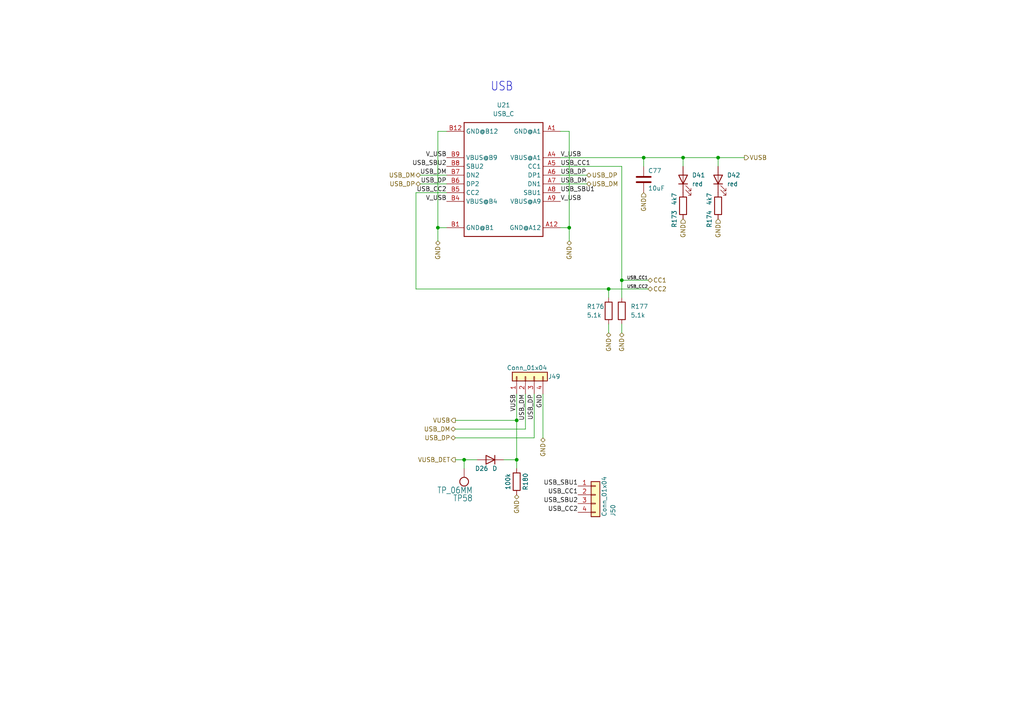
<source format=kicad_sch>
(kicad_sch (version 20211123) (generator eeschema)
  (paper "A4")
  (lib_symbols
    (symbol "Connector_Generic:Conn_01x04" (pin_names (offset 1.016) hide)
      (property "Reference" "J" (at 0 5.08 0))
      (property "Value" "Conn_01x04" (at 0 -7.62 0))
      (symbol "Conn_01x04_1_1"
        (rectangle (start -1.27 -4.953) (end 0 -5.207) (stroke (width 0.1524)))
        (rectangle (start -1.27 -2.413) (end 0 -2.667) (stroke (width 0.1524)))
        (rectangle (start -1.27 0.127) (end 0 -0.127) (stroke (width 0.1524)))
        (rectangle (start -1.27 2.667) (end 0 2.413) (stroke (width 0.1524)))
        (rectangle (start -1.27 3.81) (end 1.27 -6.35) (stroke (width 0.254)) (fill (type background)))
        (pin passive line (at -5.08 2.54 0) (length 3.81) (name "Pin_1") (number "1"))
        (pin passive line (at -5.08 0 0) (length 3.81) (name "Pin_2") (number "2"))
        (pin passive line (at -5.08 -2.54 0) (length 3.81) (name "Pin_3") (number "3"))
        (pin passive line (at -5.08 -5.08 0) (length 3.81) (name "Pin_4") (number "4"))
      )
    )
    (symbol "Device:C" (pin_numbers hide) (pin_names (offset 0.254))
      (property "Reference" "C" (at 0.635 2.54 0))
      (property "Value" "C" (at 0.635 -2.54 0))
      (symbol "C_0_1"
        (polyline (pts (xy -2.032 -0.762) (xy 2.032 -0.762)) (stroke (width 0.508)))
        (polyline (pts (xy -2.032 0.762) (xy 2.032 0.762)) (stroke (width 0.508)))
      )
      (symbol "C_1_1"
        (pin passive line (at 0 3.81 270) (length 2.794) (name "~") (number "1"))
        (pin passive line (at 0 -3.81 90) (length 2.794) (name "~") (number "2"))
      )
    )
    (symbol "Device:D" (pin_numbers hide) (pin_names (offset 1.016) hide)
      (property "Reference" "D" (at 0 2.54 0))
      (property "Value" "D" (at 0 -2.54 0))
      (symbol "D_0_1"
        (polyline (pts (xy -1.27 1.27) (xy -1.27 -1.27)) (stroke (width 0.254)))
        (polyline (pts (xy 1.27 0) (xy -1.27 0)))
        (polyline (pts (xy 1.27 1.27) (xy 1.27 -1.27) (xy -1.27 0) (xy 1.27 1.27)) (stroke (width 0.254)))
      )
      (symbol "D_1_1"
        (pin passive line (at -3.81 0 0) (length 2.54) (name "K") (number "1"))
        (pin passive line (at 3.81 0 180) (length 2.54) (name "A") (number "2"))
      )
    )
    (symbol "Device:LED" (pin_numbers hide) (pin_names (offset 1.016) hide)
      (property "Reference" "D" (at 0 2.54 0))
      (property "Value" "LED" (at 0 -2.54 0))
      (symbol "LED_0_1"
        (polyline (pts (xy -1.27 -1.27) (xy -1.27 1.27)) (stroke (width 0.254)))
        (polyline (pts (xy -1.27 0) (xy 1.27 0)))
        (polyline (pts (xy 1.27 -1.27) (xy 1.27 1.27) (xy -1.27 0) (xy 1.27 -1.27)) (stroke (width 0.254)))
        (polyline (pts (xy -3.048 -0.762) (xy -4.572 -2.286) (xy -3.81 -2.286) (xy -4.572 -2.286) (xy -4.572 -1.524)))
        (polyline (pts (xy -1.778 -0.762) (xy -3.302 -2.286) (xy -2.54 -2.286) (xy -3.302 -2.286) (xy -3.302 -1.524)))
      )
      (symbol "LED_1_1"
        (pin passive line (at -3.81 0 0) (length 2.54) (name "K") (number "1"))
        (pin passive line (at 3.81 0 180) (length 2.54) (name "A") (number "2"))
      )
    )
    (symbol "Device:R" (pin_numbers hide) (pin_names (offset 0))
      (property "Reference" "R" (at 2.032 0 90))
      (property "Value" "R" (at 0 0 90))
      (symbol "R_0_1"
        (rectangle (start -1.016 -2.54) (end 1.016 2.54) (stroke (width 0.254)))
      )
      (symbol "R_1_1"
        (pin passive line (at 0 3.81 270) (length 1.27) (name "~") (number "1"))
        (pin passive line (at 0 -3.81 90) (length 1.27) (name "~") (number "2"))
      )
    )
    (symbol "RBCX-eagle-import:TP_06MM"
      (property "Reference" "TP" (at -2.54 7.62 0))
      (property "Value" "TP_06MM" (at -2.54 5.334 0))
      (symbol "TP_06MM_1_0"
        (circle (center 0 3.81) (radius 1.27) (stroke (width 0.254)))
        (pin passive line (at 0 0 90) (length 2.54) (name "TP") (number "P$1"))
      )
    )
    (symbol "RBCX:USB_C"
      (property "Reference" "U" (at 0 3.81 0))
      (property "Value" "USB_C" (at 0 1.905 0))
      (symbol "USB_C_1_0"
        (polyline (pts (xy -11.43 -33.02) (xy -11.43 0)) (stroke (width 0.254)))
        (polyline (pts (xy -11.43 0) (xy 11.43 0)) (stroke (width 0.254)))
        (polyline (pts (xy 11.43 -33.02) (xy -11.43 -33.02)) (stroke (width 0.254)))
        (polyline (pts (xy 11.43 0) (xy 11.43 -33.02)) (stroke (width 0.254)))
        (pin bidirectional line (at 16.51 -2.54 180) (length 5.08) (name "GND@A1") (number "A1"))
        (pin bidirectional line (at 16.51 -30.48 180) (length 5.08) (name "GND@A12") (number "A12"))
        (pin bidirectional line (at 16.51 -10.16 180) (length 5.08) (name "VBUS@A1") (number "A4"))
        (pin bidirectional line (at 16.51 -12.7 180) (length 5.08) (name "CC1") (number "A5"))
        (pin bidirectional line (at 16.51 -15.24 180) (length 5.08) (name "DP1") (number "A6"))
        (pin bidirectional line (at 16.51 -17.78 180) (length 5.08) (name "DN1") (number "A7"))
        (pin bidirectional line (at 16.51 -20.32 180) (length 5.08) (name "SBU1") (number "A8"))
        (pin bidirectional line (at 16.51 -22.86 180) (length 5.08) (name "VBUS@A9") (number "A9"))
        (pin bidirectional line (at -16.51 -30.48 0) (length 5.08) (name "GND@B1") (number "B1"))
        (pin bidirectional line (at -16.51 -2.54 0) (length 5.08) (name "GND@B12") (number "B12"))
        (pin bidirectional line (at -16.51 -22.86 0) (length 5.08) (name "VBUS@B4") (number "B4"))
        (pin bidirectional line (at -16.51 -20.32 0) (length 5.08) (name "CC2") (number "B5"))
        (pin bidirectional line (at -16.51 -17.78 0) (length 5.08) (name "DP2") (number "B6"))
        (pin bidirectional line (at -16.51 -15.24 0) (length 5.08) (name "DN2") (number "B7"))
        (pin bidirectional line (at -16.51 -12.7 0) (length 5.08) (name "SBU2") (number "B8"))
        (pin bidirectional line (at -16.51 -10.16 0) (length 5.08) (name "VBUS@B9") (number "B9"))
      )
    )
  )
  (junction (at 208.28 45.72))
  (junction (at 134.62 133.35))
  (junction (at 198.12 45.72))
  (junction (at 186.69 45.72))
  (junction (at 149.86 133.35))
  (junction (at 127 66.04))
  (junction (at 149.86 121.92))
  (junction (at 180.34 81.28))
  (junction (at 165.1 66.04))
  (junction (at 176.53 83.82))
  (wire (pts (xy 176.53 83.82) (xy 187.96 83.82)))
  (wire (pts (xy 120.65 55.88) (xy 129.54 55.88)))
  (wire (pts (xy 162.56 45.72) (xy 186.69 45.72)))
  (wire (pts (xy 198.12 48.26) (xy 198.12 45.72)))
  (wire (pts (xy 186.69 45.72) (xy 186.69 48.26)))
  (wire (pts (xy 152.4 114.3) (xy 152.4 124.46)))
  (wire (pts (xy 134.62 133.35) (xy 138.43 133.35)))
  (wire (pts (xy 198.12 45.72) (xy 208.28 45.72)))
  (wire (pts (xy 165.1 38.1) (xy 165.1 66.04)))
  (wire (pts (xy 176.53 86.36) (xy 176.53 83.82)))
  (wire (pts (xy 127 69.85) (xy 127 66.04)))
  (wire (pts (xy 127 66.04) (xy 129.54 66.04)))
  (wire (pts (xy 162.56 50.8) (xy 170.18 50.8)))
  (wire (pts (xy 149.86 133.35) (xy 149.86 135.89)))
  (wire (pts (xy 162.56 48.26) (xy 180.34 48.26)))
  (wire (pts (xy 152.4 124.46) (xy 132.08 124.46)))
  (wire (pts (xy 129.54 53.34) (xy 121.92 53.34)))
  (wire (pts (xy 120.65 83.82) (xy 176.53 83.82)))
  (wire (pts (xy 176.53 93.98) (xy 176.53 96.52)))
  (wire (pts (xy 127 66.04) (xy 127 38.1)))
  (wire (pts (xy 180.34 93.98) (xy 180.34 96.52)))
  (wire (pts (xy 132.08 127) (xy 154.94 127)))
  (wire (pts (xy 208.28 48.26) (xy 208.28 45.72)))
  (wire (pts (xy 165.1 38.1) (xy 162.56 38.1)))
  (wire (pts (xy 157.48 114.3) (xy 157.48 127)))
  (wire (pts (xy 129.54 50.8) (xy 121.92 50.8)))
  (wire (pts (xy 127 38.1) (xy 129.54 38.1)))
  (wire (pts (xy 132.08 121.92) (xy 149.86 121.92)))
  (wire (pts (xy 180.34 81.28) (xy 180.34 86.36)))
  (wire (pts (xy 132.08 133.35) (xy 134.62 133.35)))
  (wire (pts (xy 162.56 66.04) (xy 165.1 66.04)))
  (wire (pts (xy 165.1 66.04) (xy 165.1 69.85)))
  (wire (pts (xy 208.28 45.72) (xy 215.9 45.72)))
  (wire (pts (xy 149.86 114.3) (xy 149.86 121.92)))
  (wire (pts (xy 146.05 133.35) (xy 149.86 133.35)))
  (wire (pts (xy 149.86 133.35) (xy 149.86 121.92)))
  (wire (pts (xy 162.56 53.34) (xy 170.18 53.34)))
  (wire (pts (xy 154.94 114.3) (xy 154.94 127)))
  (wire (pts (xy 186.69 45.72) (xy 198.12 45.72)))
  (wire (pts (xy 134.62 135.89) (xy 134.62 133.35)))
  (wire (pts (xy 180.34 48.26) (xy 180.34 81.28)))
  (wire (pts (xy 120.65 55.88) (xy 120.65 83.82)))
  (wire (pts (xy 187.96 81.28) (xy 180.34 81.28)))
  (text "USB" (at 142.24 26.67 180) (effects (font (size 2.54 2.159)) (justify left bottom)))
  (label "USB_SBU2" (at 129.54 48.26 180))
  (label "USB_CC2" (at 187.96 83.82 180) (effects (font (size 0.889 0.889))))
  (label "USB_CC1" (at 167.64 143.51 180))
  (label "GND" (at 157.48 114.3 270))
  (label "USB_SBU1" (at 162.56 55.88 0))
  (label "V_USB" (at 162.56 58.42 0))
  (label "V_USB" (at 129.54 58.42 180))
  (label "USB_SBU1" (at 167.64 140.97 180))
  (label "USB_CC2" (at 129.54 55.88 180))
  (label "VUSB" (at 149.86 114.3 270))
  (label "USB_DP" (at 154.94 114.3 270))
  (label "USB_SBU2" (at 167.64 146.05 180))
  (label "V_USB" (at 162.56 45.72 0))
  (label "USB_DM" (at 129.54 50.8 180))
  (label "USB_CC1" (at 187.96 81.28 180) (effects (font (size 0.889 0.889))))
  (label "USB_DM" (at 162.56 53.34 0))
  (label "V_USB" (at 129.54 45.72 180))
  (label "USB_CC1" (at 162.56 48.26 0))
  (label "USB_DP" (at 162.56 50.8 0))
  (label "USB_DP" (at 129.54 53.34 180))
  (label "USB_CC2" (at 167.64 148.59 180))
  (label "USB_DM" (at 152.4 114.3 270))
  (hierarchical_label "USB_DM" (shape bidirectional) (at 121.92 50.8 180))
  (hierarchical_label "GND" (shape bidirectional) (at 180.34 96.52 270))
  (hierarchical_label "VUSB_DET" (shape output) (at 132.08 133.35 180))
  (hierarchical_label "GND" (shape bidirectional) (at 165.1 69.85 270))
  (hierarchical_label "GND" (shape bidirectional) (at 176.53 96.52 270))
  (hierarchical_label "VUSB" (shape output) (at 215.9 45.72 0))
  (hierarchical_label "USB_DP" (shape bidirectional) (at 170.18 50.8 0))
  (hierarchical_label "USB_DP" (shape bidirectional) (at 132.08 127 180))
  (hierarchical_label "USB_DM" (shape bidirectional) (at 170.18 53.34 0))
  (hierarchical_label "GND" (shape input) (at 208.28 63.5 270))
  (hierarchical_label "GND" (shape bidirectional) (at 157.48 127 270))
  (hierarchical_label "GND" (shape bidirectional) (at 127 69.85 270))
  (hierarchical_label "USB_DP" (shape bidirectional) (at 121.92 53.34 180))
  (hierarchical_label "GND" (shape input) (at 198.12 63.5 270))
  (hierarchical_label "GND" (shape input) (at 186.69 55.88 270))
  (hierarchical_label "CC2" (shape bidirectional) (at 187.96 83.82 0))
  (hierarchical_label "VUSB" (shape output) (at 132.08 121.92 180))
  (hierarchical_label "USB_DM" (shape bidirectional) (at 132.08 124.46 180))
  (hierarchical_label "GND" (shape bidirectional) (at 149.86 143.51 270))
  (hierarchical_label "CC1" (shape bidirectional) (at 187.96 81.28 0))
  (symbol (lib_id "Device:R") (at 208.28 59.69 180) (unit 1)
    (property "Reference" "R174" (at 205.74 60.96 90) (effects (justify left)))
    (property "Value" "4k7" (at 205.74 55.88 90) (effects (justify left)))
    (property "Footprint" "Resistor_SMD:R_0201_0603Metric" (effects hide))
    (property "LCSC" "C270346" (effects hide))
    (property "Basic/Extended" "E" (effects hide))
  )
  (symbol (lib_id "Device:R") (at 176.53 90.17 0) (unit 1)
    (property "Reference" "R176" (at 170.18 88.9 0) (effects (justify left)))
    (property "Value" "5.1k" (at 170.18 91.44 0) (effects (justify left)))
    (property "Footprint" "Resistor_SMD:R_0402_1005Metric" (effects hide))
    (property "LCSC" "C25905" (effects hide))
    (property "Basic/Extended" "B" (effects hide))
  )
  (symbol (lib_id "Device:R") (at 149.86 139.7 180) (unit 1)
    (property "Reference" "R180" (at 152.4 139.7 90))
    (property "Value" "100k" (at 147.32 139.7 90))
    (property "Footprint" "Capacitor_SMD:C_0201_0603Metric" (effects hide))
    (property "LCSC" "C270364" (effects hide))
    (property "Basic/Extended" "E" (effects hide))
  )
  (symbol (lib_id "Device:R") (at 198.12 59.69 180) (unit 1)
    (property "Reference" "R173" (at 195.58 60.96 90) (effects (justify left)))
    (property "Value" "4k7" (at 195.58 55.88 90) (effects (justify left)))
    (property "Footprint" "Resistor_SMD:R_0201_0603Metric" (effects hide))
    (property "LCSC" "C270346" (effects hide))
    (property "Basic/Extended" "E" (effects hide))
  )
  (symbol (lib_id "Connector_Generic:Conn_01x04") (at 152.4 109.22 90) (unit 1)
    (property "Reference" "J49" (at 162.56 109.22 90) (effects (justify left)))
    (property "Value" "Conn_01x04" (at 158.75 106.68 90) (effects (justify left)))
    (property "Footprint" "RBCX:PinHeader_1x04_P2.54mm_Vertical" (effects hide))
    (property "LCSC" "C124378" (effects hide))
    (property "Basic/Extended" "E" (effects hide))
  )
  (symbol (lib_id "Device:LED") (at 208.28 52.07 90) (unit 1)
    (property "Reference" "D42" (at 210.82 50.8 90) (effects (justify right)))
    (property "Value" "red" (at 210.82 53.34 90) (effects (justify right)))
    (property "Footprint" "LED_SMD:LED_0603_1608Metric" (effects hide))
    (property "LCSC" "C2286" (effects hide))
    (property "Basic/Extended" "B" (effects hide))
  )
  (symbol (lib_id "Device:R") (at 180.34 90.17 0) (unit 1)
    (property "Reference" "R177" (at 182.88 88.8999 0) (effects (justify left)))
    (property "Value" "5.1k" (at 182.88 91.4399 0) (effects (justify left)))
    (property "Footprint" "Resistor_SMD:R_0402_1005Metric" (effects hide))
    (property "LCSC" "C25905" (effects hide))
    (property "Basic/Extended" "B" (effects hide))
  )
  (symbol (lib_id "Connector_Generic:Conn_01x04") (at 172.72 143.51 0) (unit 1)
    (property "Reference" "J50" (at 177.8 149.86 90) (effects (justify left)))
    (property "Value" "Conn_01x04" (at 175.26 149.86 90) (effects (justify left)))
    (property "Footprint" "RBCX:PinHeader_1x04_P2.54mm_Vertical" (effects hide))
    (property "LCSC" "C124378" (effects hide))
    (property "Basic/Extended" "E" (effects hide))
  )
  (symbol (lib_id "RBCX-eagle-import:TP_06MM") (at 134.62 135.89 180) (unit 1)
    (property "Reference" "TP58" (at 137.16 143.51 0) (effects (font (size 1.778 1.5113)) (justify left bottom)))
    (property "Value" "TP_06MM" (at 137.16 141.224 0) (effects (font (size 1.778 1.5113)) (justify left bottom)))
    (property "Footprint" "RBCX:TP_06MM" (effects hide))
  )
  (symbol (lib_id "Device:D") (at 142.24 133.35 180) (unit 1)
    (property "Reference" "D26" (at 139.7 135.89 0))
    (property "Value" "D" (at 143.51 135.89 0))
    (property "Footprint" "Diode_SMD:D_SOD-523" (effects hide))
    (property "Datasheet" "https://datasheet.lcsc.com/lcsc/1809200051_Jiangsu-Changjing-Electronics-Technology-Co---Ltd--1N4148WT-T4_C68948.pdf" (effects hide))
    (property "LCSC" "C68948" (effects hide))
    (property "Basic/Extended" "E" (effects hide))
  )
  (symbol (lib_id "Device:C") (at 186.69 52.07 0) (unit 1)
    (property "Reference" "C77" (at 187.96 49.53 0) (effects (justify left)))
    (property "Value" "10uF" (at 187.96 54.61 0) (effects (justify left)))
    (property "Footprint" "Capacitor_SMD:C_0603_1608Metric" (effects hide))
    (property "LCSC" "C96446" (effects hide))
    (property "Basic/Extended" "B" (effects hide))
  )
  (symbol (lib_id "RBCX:USB_C") (at 146.05 35.56 0) (unit 1)
    (property "Reference" "U21" (at 146.05 30.48 0))
    (property "Value" "USB_C" (at 146.05 33.02 0))
    (property "Footprint" "RBCX:USB_C_vertical" (effects hide))
    (property "Datasheet" "https://datasheet.lcsc.com/lcsc/2101261738_G-Switch-GT-USB-7055_C2686963.pdf" (effects hide))
    (property "LCSC" "C2686963" (effects hide))
    (property "Basic/Extended" "E" (effects hide))
  )
  (symbol (lib_id "Device:LED") (at 198.12 52.07 90) (unit 1)
    (property "Reference" "D41" (at 200.66 50.8 90) (effects (justify right)))
    (property "Value" "red" (at 200.66 53.34 90) (effects (justify right)))
    (property "Footprint" "LED_SMD:LED_0603_1608Metric" (effects hide))
    (property "LCSC" "C2286" (effects hide))
    (property "Basic/Extended" "B" (effects hide))
  )
)
</source>
